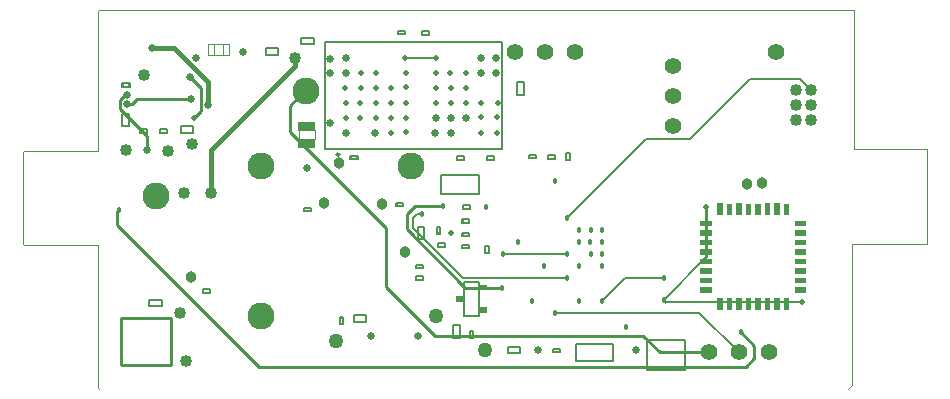
<source format=gbl>
G04 Layer_Physical_Order=4*
G04 Layer_Color=16711680*
%FSLAX24Y24*%
%MOIN*%
G70*
G01*
G75*
%ADD40C,0.0060*%
%ADD41C,0.0100*%
%ADD42C,0.0150*%
%ADD45C,0.0080*%
%ADD46C,0.0094*%
%ADD47C,0.0050*%
%ADD48C,0.0040*%
%ADD49C,0.0010*%
%ADD50C,0.0000*%
%ADD51C,0.0900*%
%ADD52C,0.0256*%
%ADD53C,0.0500*%
%ADD54C,0.0550*%
%ADD55C,0.0400*%
%ADD56C,0.0250*%
%ADD57C,0.0380*%
%ADD58C,0.0180*%
%ADD59C,0.0200*%
G36*
X-14311Y4081D02*
X-14351D01*
Y4160D01*
X-14311D01*
Y4081D01*
D02*
G37*
G36*
X-14509D02*
X-14548D01*
Y4160D01*
X-14509D01*
Y4081D01*
D02*
G37*
G36*
X-4690Y4193D02*
X-5084D01*
Y4372D01*
X-4690D01*
Y4193D01*
D02*
G37*
G36*
Y4507D02*
X-5084D01*
Y4688D01*
X-4690D01*
Y4507D01*
D02*
G37*
G36*
X-1540Y4193D02*
X-1929D01*
Y4372D01*
X-1540D01*
Y4193D01*
D02*
G37*
G36*
X-14519Y3701D02*
X-14558D01*
Y3780D01*
X-14519D01*
Y3701D01*
D02*
G37*
G36*
X-1540Y3563D02*
X-1927D01*
Y3741D01*
X-1540D01*
Y3563D01*
D02*
G37*
G36*
X-14321Y3701D02*
X-14361D01*
Y3780D01*
X-14321D01*
Y3701D01*
D02*
G37*
G36*
X-1540Y3878D02*
X-1926D01*
Y4057D01*
X-1540D01*
Y3878D01*
D02*
G37*
G36*
X-4690D02*
X-5084D01*
Y4057D01*
X-4690D01*
Y3878D01*
D02*
G37*
G36*
X-1540Y4507D02*
X-1925D01*
Y4688D01*
X-1540D01*
Y4507D01*
D02*
G37*
G36*
X-4690Y4822D02*
X-5085D01*
Y5004D01*
X-4690D01*
Y4822D01*
D02*
G37*
G36*
X-13582Y4790D02*
X-13621D01*
Y4869D01*
X-13582D01*
Y4790D01*
D02*
G37*
G36*
X-1540Y4822D02*
X-1929D01*
Y5003D01*
X-1540D01*
Y4822D01*
D02*
G37*
G36*
Y5137D02*
X-1927D01*
Y5319D01*
X-1540D01*
Y5137D01*
D02*
G37*
G36*
X-4690D02*
X-5083D01*
Y5318D01*
X-4690D01*
Y5137D01*
D02*
G37*
G36*
X-12989Y4741D02*
X-13028D01*
Y4820D01*
X-12989D01*
Y4741D01*
D02*
G37*
G36*
X-12141Y4552D02*
X-12220D01*
Y4591D01*
X-12141D01*
Y4552D01*
D02*
G37*
G36*
X-12791Y4741D02*
X-12831D01*
Y4820D01*
X-12791D01*
Y4741D01*
D02*
G37*
G36*
X-13779Y4790D02*
X-13819D01*
Y4869D01*
X-13779D01*
Y4790D01*
D02*
G37*
G36*
X-12141Y4749D02*
X-12220D01*
Y4789D01*
X-12141D01*
Y4749D01*
D02*
G37*
G36*
X-4690Y3563D02*
X-5085D01*
Y3741D01*
X-4690D01*
Y3563D01*
D02*
G37*
G36*
X-12192Y2573D02*
X-12423D01*
Y2754D01*
X-12192D01*
Y2573D01*
D02*
G37*
G36*
X-17001Y2379D02*
X-17080D01*
Y2419D01*
X-17001D01*
Y2379D01*
D02*
G37*
G36*
X-4322Y2670D02*
X-4503D01*
Y3059D01*
X-4322D01*
Y2670D01*
D02*
G37*
G36*
X-3692D02*
X-3874D01*
Y3056D01*
X-3692D01*
Y2670D01*
D02*
G37*
G36*
X-4007D02*
X-4190D01*
Y3056D01*
X-4007D01*
Y2670D01*
D02*
G37*
G36*
X-9742Y1280D02*
X-9781D01*
Y1359D01*
X-9742D01*
Y1280D01*
D02*
G37*
G36*
X-9939Y1280D02*
X-9979D01*
Y1359D01*
X-9939D01*
Y1280D01*
D02*
G37*
G36*
X-12661Y1722D02*
X-12740D01*
Y1761D01*
X-12661D01*
Y1722D01*
D02*
G37*
G36*
X-17001Y2182D02*
X-17080D01*
Y2221D01*
X-17001D01*
Y2182D01*
D02*
G37*
G36*
X-12661Y1919D02*
X-12740D01*
Y1958D01*
X-12661D01*
Y1919D01*
D02*
G37*
G36*
X-3377Y2670D02*
X-3558D01*
Y3056D01*
X-3377D01*
Y2670D01*
D02*
G37*
G36*
X-1540Y3248D02*
X-1926D01*
Y3425D01*
X-1540D01*
Y3248D01*
D02*
G37*
G36*
X-4690D02*
X-5086D01*
Y3424D01*
X-4690D01*
Y3248D01*
D02*
G37*
G36*
X-21609Y3261D02*
X-21648D01*
Y3340D01*
X-21609D01*
Y3261D01*
D02*
G37*
G36*
X-12192Y3315D02*
X-12423D01*
Y3494D01*
X-12192D01*
Y3315D01*
D02*
G37*
G36*
X-21412Y3261D02*
X-21451D01*
Y3340D01*
X-21412D01*
Y3261D01*
D02*
G37*
G36*
X-2748Y2670D02*
X-2927D01*
Y3056D01*
X-2748D01*
Y2670D01*
D02*
G37*
G36*
X-3063D02*
X-3242D01*
Y3057D01*
X-3063D01*
Y2670D01*
D02*
G37*
G36*
X-2433D02*
X-2611D01*
Y3057D01*
X-2433D01*
Y2670D01*
D02*
G37*
G36*
X-12983Y2944D02*
X-12984D01*
Y2944D01*
X-12984D01*
Y2944D01*
X-12984D01*
Y2944D01*
X-12984D01*
Y2944D01*
X-12984D01*
Y2944D01*
X-13213D01*
Y2944D01*
Y2944D01*
Y2944D01*
Y3124D01*
X-12983D01*
Y2944D01*
D02*
G37*
G36*
X-2118Y2670D02*
X-2295D01*
Y3056D01*
X-2118D01*
Y2670D01*
D02*
G37*
G36*
X-12969Y5141D02*
X-13008D01*
Y5220D01*
X-12969D01*
Y5141D01*
D02*
G37*
G36*
X-9909Y7731D02*
X-9948D01*
Y7810D01*
X-9909D01*
Y7731D01*
D02*
G37*
G36*
X-10106D02*
X-10145D01*
Y7810D01*
X-10106D01*
Y7731D01*
D02*
G37*
G36*
X-10746Y7741D02*
X-10785D01*
Y7820D01*
X-10746D01*
Y7741D01*
D02*
G37*
G36*
X-17904Y8075D02*
X-18476D01*
Y8370D01*
X-17904D01*
Y8075D01*
D02*
G37*
G36*
X-10549Y7741D02*
X-10588D01*
Y7820D01*
X-10549D01*
Y7741D01*
D02*
G37*
G36*
X-12952Y7700D02*
X-12991D01*
Y7779D01*
X-12952D01*
Y7700D01*
D02*
G37*
G36*
X-12146Y7700D02*
X-12186D01*
Y7779D01*
X-12146D01*
Y7700D01*
D02*
G37*
G36*
X-11949Y7700D02*
X-11988D01*
Y7779D01*
X-11949D01*
Y7700D01*
D02*
G37*
G36*
X-16502Y7710D02*
X-16541D01*
Y7789D01*
X-16502D01*
Y7710D01*
D02*
G37*
G36*
X-16698Y7710D02*
X-16738D01*
Y7789D01*
X-16698D01*
Y7710D01*
D02*
G37*
G36*
X-23719Y8601D02*
X-23758D01*
Y8680D01*
X-23719D01*
Y8601D01*
D02*
G37*
G36*
X-14319Y11861D02*
X-14358D01*
Y11940D01*
X-14319D01*
Y11861D01*
D02*
G37*
G36*
X-24102Y10121D02*
X-24141D01*
Y10200D01*
X-24102D01*
Y10121D01*
D02*
G37*
G36*
X-14121Y11861D02*
X-14161D01*
Y11940D01*
X-14121D01*
Y11861D01*
D02*
G37*
G36*
X-14912Y11870D02*
X-14951D01*
Y11949D01*
X-14912D01*
Y11870D01*
D02*
G37*
G36*
X-15109Y11870D02*
X-15149D01*
Y11949D01*
X-15109D01*
Y11870D01*
D02*
G37*
G36*
X-23049Y8601D02*
X-23088D01*
Y8680D01*
X-23049D01*
Y8601D01*
D02*
G37*
G36*
X-23522D02*
X-23561D01*
Y8680D01*
X-23522D01*
Y8601D01*
D02*
G37*
G36*
X-22851D02*
X-22891D01*
Y8680D01*
X-22851D01*
Y8601D01*
D02*
G37*
G36*
X-24299Y10121D02*
X-24338D01*
Y10200D01*
X-24299D01*
Y10121D01*
D02*
G37*
G36*
X-17904Y8645D02*
X-18475D01*
Y8940D01*
X-17904D01*
Y8645D01*
D02*
G37*
G36*
X-13149Y7700D02*
X-13189D01*
Y7779D01*
X-13149D01*
Y7700D01*
D02*
G37*
G36*
X-12772Y5601D02*
X-12811D01*
Y5680D01*
X-12772D01*
Y5601D01*
D02*
G37*
G36*
X-12969D02*
X-13008D01*
Y5680D01*
X-12969D01*
Y5601D01*
D02*
G37*
G36*
X-4322Y5820D02*
X-4506D01*
Y6215D01*
X-4322D01*
Y5820D01*
D02*
G37*
G36*
X-3692D02*
X-3874D01*
Y6215D01*
X-3692D01*
Y5820D01*
D02*
G37*
G36*
X-4007D02*
X-4189D01*
Y6213D01*
X-4007D01*
Y5820D01*
D02*
G37*
G36*
X-13771Y5212D02*
X-13850D01*
Y5251D01*
X-13771D01*
Y5212D01*
D02*
G37*
G36*
X-12771Y5141D02*
X-12811D01*
Y5220D01*
X-12771D01*
Y5141D01*
D02*
G37*
G36*
X-13771Y5409D02*
X-13850D01*
Y5449D01*
X-13771D01*
Y5409D01*
D02*
G37*
G36*
X-1540Y5452D02*
X-1927D01*
Y5635D01*
X-1540D01*
Y5452D01*
D02*
G37*
G36*
X-4690D02*
X-5086D01*
Y5636D01*
X-4690D01*
Y5452D01*
D02*
G37*
G36*
X-3377Y5820D02*
X-3558D01*
Y6214D01*
X-3377D01*
Y5820D01*
D02*
G37*
G36*
X-12959Y6061D02*
X-12998D01*
Y6140D01*
X-12959D01*
Y6061D01*
D02*
G37*
G36*
X-18052Y5980D02*
X-18091D01*
Y6059D01*
X-18052D01*
Y5980D01*
D02*
G37*
G36*
X-12761Y6061D02*
X-12801D01*
Y6140D01*
X-12761D01*
Y6061D01*
D02*
G37*
G36*
X-14972Y6141D02*
X-15012D01*
Y6220D01*
X-14972D01*
Y6141D01*
D02*
G37*
G36*
X-15169D02*
X-15208D01*
Y6220D01*
X-15169D01*
Y6141D01*
D02*
G37*
G36*
X-2748Y5820D02*
X-2927D01*
Y6215D01*
X-2748D01*
Y5820D01*
D02*
G37*
G36*
X-3063D02*
X-3242D01*
Y6213D01*
X-3063D01*
Y5820D01*
D02*
G37*
G36*
X-2433D02*
X-2611D01*
Y6216D01*
X-2433D01*
Y5820D01*
D02*
G37*
G36*
X-18249Y5980D02*
X-18289D01*
Y6059D01*
X-18249D01*
Y5980D01*
D02*
G37*
G36*
X-2118Y5820D02*
X-2297D01*
Y6211D01*
X-2118D01*
Y5820D01*
D02*
G37*
D40*
X-5110Y2560D02*
X-3800Y1250D01*
X-9910Y2560D02*
X-5110D01*
X-14510Y5870D02*
X-14360D01*
X-14640Y5740D02*
X-14510Y5870D01*
X-14640Y5390D02*
Y5740D01*
X-6300Y3000D02*
X-4880Y4420D01*
X-14640Y5390D02*
X-12981Y3731D01*
X-9530D01*
X-11655Y4525D02*
X-9510D01*
X-6240Y2940D02*
X-1700D01*
X-7574Y3716D02*
X-6280D01*
X-8340Y2950D02*
X-7574Y3716D01*
X-14920Y11080D02*
X-13900D01*
X-9520Y5730D02*
X-6880Y8370D01*
X-5410D01*
X-3420Y10360D01*
X-1760D01*
X-1400Y10000D01*
X-12963Y2474D02*
Y3594D01*
Y2474D02*
X-12443D01*
Y3594D01*
X-12963D02*
X-12443D01*
D41*
X-18750Y9480D02*
X-18240Y9990D01*
X-6420Y1250D02*
X-4800D01*
X-6970Y1800D02*
X-6420Y1250D01*
X-12908Y3408D02*
X-11698D01*
X-14860Y5360D02*
X-12908Y3408D01*
X-14600Y6140D02*
X-13640D01*
X-14860Y5880D02*
X-14600Y6140D01*
X-18750Y8610D02*
Y9480D01*
X-3270Y1070D02*
Y1470D01*
X-3730Y1930D02*
X-3270Y1470D01*
X-4880Y4420D02*
Y6090D01*
X-13910Y1800D02*
X-6970D01*
X-15540Y3430D02*
X-13910Y1800D01*
X-15540Y3430D02*
Y5400D01*
X-18750Y8610D02*
X-15540Y5400D01*
X-14860Y5360D02*
Y5880D01*
X-11660Y4530D02*
X-11655Y4525D01*
X-6300Y3000D02*
X-6240Y2940D01*
X-24430Y9370D02*
X-23510Y8450D01*
Y7990D02*
Y8450D01*
X-21720Y9310D02*
Y10050D01*
X-22090Y10420D02*
X-21720Y10050D01*
X-24430Y9370D02*
Y9660D01*
X-24260Y9830D01*
X-24170D01*
Y9520D02*
X-24020D01*
X-21960Y9070D02*
X-21720Y9310D01*
X-24020Y9520D02*
X-23857Y9683D01*
X-22043D01*
X-3560Y780D02*
X-3270Y1070D01*
X-19790Y780D02*
X-3560D01*
X-24510Y5500D02*
X-19790Y780D01*
X-24510Y5950D02*
X-24460Y6000D01*
X-24510Y5500D02*
Y5950D01*
X-24394Y2397D02*
X-22720D01*
X-24394Y823D02*
Y2397D01*
Y823D02*
X-22720D01*
Y2397D01*
D42*
X-21380Y8000D02*
X-18570Y10810D01*
X-21380Y6570D02*
Y8000D01*
X-18570Y10810D02*
Y11080D01*
X-21480Y9510D02*
Y10260D01*
X-22620Y11400D02*
X-21480Y10260D01*
X-23360Y11400D02*
X-22620D01*
D45*
X-9558Y7909D02*
X-9420D01*
X-9558Y7653D02*
Y7909D01*
Y7653D02*
X-9420D01*
Y7909D01*
D46*
X-17112Y7851D02*
G03*
X-17112Y7851I-47J0D01*
G01*
D47*
X-18379Y11520D02*
Y11740D01*
X-17961D01*
Y11520D02*
Y11740D01*
X-18379Y11520D02*
X-17961D01*
X-11170Y9831D02*
X-10950D01*
X-11170D02*
Y10249D01*
X-10950D01*
Y9831D02*
Y10249D01*
X-12772Y5581D02*
Y5699D01*
X-13008D02*
X-12772D01*
X-13008Y5581D02*
Y5699D01*
Y5581D02*
X-12772D01*
X-12759Y1958D02*
X-12641D01*
X-12759Y1722D02*
Y1958D01*
Y1722D02*
X-12641D01*
Y1958D01*
X-14490Y5438D02*
X-14270D01*
Y5021D02*
Y5438D01*
X-14490Y5021D02*
X-14270D01*
X-14490D02*
Y5438D01*
X-12792Y4721D02*
Y4839D01*
X-13028D02*
X-12792D01*
X-13028Y4721D02*
Y4839D01*
Y4721D02*
X-12792D01*
X-13008Y5121D02*
X-12772D01*
X-13008D02*
Y5239D01*
X-12772D01*
Y5121D02*
Y5239D01*
X-16981Y2182D02*
Y2418D01*
X-17099Y2182D02*
X-16981D01*
X-17099D02*
Y2418D01*
X-16981D01*
X-16629Y2490D02*
X-16212D01*
X-16629Y2270D02*
Y2490D01*
Y2270D02*
X-16212D01*
Y2490D01*
X-24102Y10101D02*
Y10219D01*
X-24338D02*
X-24102D01*
X-24338Y10101D02*
Y10219D01*
Y10101D02*
X-24102D01*
X-24340Y8791D02*
X-24120D01*
X-24340D02*
Y9209D01*
X-24120D01*
Y8791D02*
Y9209D01*
X-23088Y8581D02*
X-22852D01*
X-23088D02*
Y8699D01*
X-22852D01*
Y8581D02*
Y8699D01*
X-23758Y8581D02*
X-23522D01*
X-23758D02*
Y8699D01*
X-23522D01*
Y8581D02*
Y8699D01*
X-19558Y11170D02*
X-19141D01*
Y11390D01*
X-19558D02*
X-19141D01*
X-19558Y11170D02*
Y11390D01*
X-22399Y8790D02*
X-21981D01*
X-22399Y8570D02*
Y8790D01*
Y8570D02*
X-21981D01*
Y8790D01*
X-15148Y11969D02*
X-14912D01*
Y11851D02*
Y11969D01*
X-15148Y11851D02*
X-14912D01*
X-15148D02*
Y11969D01*
X-16738Y7691D02*
Y7809D01*
Y7691D02*
X-16502D01*
Y7809D01*
X-16738D02*
X-16502D01*
X-13188Y7681D02*
Y7799D01*
Y7681D02*
X-12952D01*
Y7799D01*
X-13188D02*
X-12952D01*
X-23448Y2790D02*
X-23031D01*
Y3010D01*
X-23448D02*
X-23031D01*
X-23448Y2790D02*
Y3010D01*
X-17593Y8048D02*
Y11592D01*
X-11687D01*
Y8048D02*
Y11592D01*
X-17593Y8048D02*
X-11687D01*
X-14358Y11841D02*
X-14122D01*
X-14358D02*
Y11959D01*
X-14122D01*
Y11841D02*
Y11959D01*
X-11498Y1220D02*
X-11081D01*
Y1440D01*
X-11498D02*
X-11081D01*
X-11498Y1220D02*
Y1440D01*
X-12185Y7799D02*
X-11949D01*
Y7681D02*
Y7799D01*
X-12185Y7681D02*
X-11949D01*
X-12185D02*
Y7799D01*
X-13751Y5212D02*
Y5448D01*
X-13869Y5212D02*
X-13751D01*
X-13869D02*
Y5448D01*
X-13751D01*
X-13320Y1741D02*
X-13100D01*
X-13320D02*
Y2159D01*
X-13100D01*
Y1741D02*
Y2159D01*
X-12762Y6041D02*
Y6159D01*
X-12998D02*
X-12762D01*
X-12998Y6041D02*
Y6159D01*
Y6041D02*
X-12762D01*
X-13818Y4771D02*
Y4889D01*
Y4771D02*
X-13582D01*
Y4889D01*
X-13818D02*
X-13582D01*
X-21412Y3241D02*
Y3359D01*
X-21648D02*
X-21412D01*
X-21648Y3241D02*
Y3359D01*
Y3241D02*
X-21412D01*
X-14558Y3681D02*
X-14322D01*
X-14558D02*
Y3799D01*
X-14322D01*
Y3681D02*
Y3799D01*
X-14548Y4061D02*
X-14312D01*
X-14548D02*
Y4179D01*
X-14312D01*
Y4061D02*
Y4179D01*
X-9978Y1261D02*
Y1379D01*
Y1261D02*
X-9742D01*
Y1379D01*
X-9978D02*
X-9742D01*
X-9909Y7711D02*
Y7829D01*
X-10145D02*
X-9909D01*
X-10145Y7711D02*
Y7829D01*
Y7711D02*
X-9909D01*
X-9232Y1545D02*
X-7972D01*
Y955D02*
Y1545D01*
X-9232Y955D02*
X-7972D01*
X-9232D02*
Y1545D01*
X-18288Y5961D02*
Y6079D01*
Y5961D02*
X-18052D01*
Y6079D01*
X-18288D02*
X-18052D01*
X-14972Y6121D02*
Y6239D01*
X-15208D02*
X-14972D01*
X-15208Y6121D02*
Y6239D01*
Y6121D02*
X-14972D01*
X-13715Y6525D02*
Y7155D01*
Y6525D02*
X-12455D01*
Y7155D01*
X-13715D02*
X-12455D01*
X-10785Y7721D02*
X-10549D01*
X-10785D02*
Y7839D01*
X-10549D01*
Y7721D02*
Y7839D01*
X-6840Y668D02*
X-5580D01*
X-6840D02*
Y1652D01*
X-5580D01*
Y668D02*
Y1652D01*
X-12239Y4788D02*
X-12121D01*
X-12239Y4552D02*
Y4788D01*
Y4552D02*
X-12121D01*
Y4788D01*
D48*
X-18450Y8360D02*
Y8650D01*
X-17930Y8360D02*
Y8660D01*
D49*
X-27610Y4820D02*
X-25160D01*
Y70D02*
Y4820D01*
X-10Y4870D02*
X2490D01*
Y8020D01*
X40D02*
X2490D01*
X40D02*
Y12670D01*
X-27660Y4870D02*
X-27610Y4820D01*
X-27660Y4870D02*
Y7930D01*
X-27620Y7970D01*
X-25190D01*
X-25160D01*
Y12620D01*
X-25110Y12670D02*
X40D01*
X-10Y170D02*
Y4870D01*
X-160Y20D02*
X-10Y170D01*
X-25160Y70D02*
X-25110Y20D01*
X-25160Y12620D02*
X-25110Y12670D01*
D50*
X-21290Y11160D02*
Y11540D01*
X-21480D02*
X-21290D01*
X-21480Y11160D02*
X-21290D01*
X-20990D02*
Y11540D01*
Y11160D02*
X-20800D01*
X-20990Y11540D02*
X-20800D01*
X-21290Y11160D02*
X-20990D01*
X-20800D02*
Y11540D01*
X-21290D02*
X-20990D01*
X-21480Y11160D02*
Y11540D01*
D51*
X-19710Y7460D02*
D03*
X-23210Y6460D02*
D03*
X-19710Y2460D02*
D03*
X-18210Y9960D02*
D03*
X-14710Y7460D02*
D03*
D52*
X-16067Y1806D02*
D03*
X-14493D02*
D03*
D53*
X-12250Y1340D02*
D03*
X-13880Y2480D02*
D03*
X-17210Y1640D02*
D03*
D54*
X-11250Y11250D02*
D03*
X-10250D02*
D03*
X-9250D02*
D03*
X-6000Y10800D02*
D03*
Y9800D02*
D03*
Y8800D02*
D03*
X-4800Y1250D02*
D03*
X-3800D02*
D03*
X-2550Y11250D02*
D03*
X-2800Y1250D02*
D03*
D55*
X-1900Y10000D02*
D03*
X-1400D02*
D03*
Y9500D02*
D03*
Y9000D02*
D03*
X-1900D02*
D03*
Y9500D02*
D03*
X-18570Y11080D02*
D03*
X-21380Y6570D02*
D03*
X-24220Y8010D02*
D03*
X-22830Y7980D02*
D03*
X-22280Y6570D02*
D03*
X-22430Y2560D02*
D03*
X-22230Y970D02*
D03*
X-22010Y8190D02*
D03*
X-23610Y10510D02*
D03*
D56*
X-18200Y7400D02*
D03*
X-10490Y1330D02*
D03*
X-7220D02*
D03*
X-17410Y8890D02*
D03*
X-23510Y7990D02*
D03*
X-22090Y10420D02*
D03*
X-24170Y9520D02*
D03*
Y9830D02*
D03*
X-23360Y11400D02*
D03*
X-15930Y8560D02*
D03*
X-13910D02*
D03*
X-21880Y11070D02*
D03*
X-16890Y8570D02*
D03*
X-13390D02*
D03*
X-13890Y9070D02*
D03*
X-13400Y9060D02*
D03*
X-12880Y9070D02*
D03*
X-16890Y10560D02*
D03*
X-17410Y11040D02*
D03*
X-17420Y10550D02*
D03*
X-16890Y11070D02*
D03*
X-12400Y11080D02*
D03*
X-12390Y10560D02*
D03*
X-11880Y11080D02*
D03*
Y10570D02*
D03*
X-20320Y11280D02*
D03*
X-22043Y9683D02*
D03*
X-21480Y9510D02*
D03*
D57*
X-17630Y6240D02*
D03*
X-15700Y6190D02*
D03*
X-14930Y4600D02*
D03*
X-17110Y7550D02*
D03*
X-3510Y6880D02*
D03*
X-3010Y6890D02*
D03*
X-22050Y3770D02*
D03*
D58*
X-14360Y5870D02*
D03*
X-9930Y6970D02*
D03*
X-13640Y6140D02*
D03*
X-11698Y3408D02*
D03*
X-12230Y6110D02*
D03*
X-9130Y2960D02*
D03*
X-11660Y4530D02*
D03*
X-9510Y4525D02*
D03*
X-9530Y3731D02*
D03*
X-10300Y4140D02*
D03*
X-10700Y2960D02*
D03*
X-9120Y4140D02*
D03*
X-8340Y4130D02*
D03*
Y4540D02*
D03*
X-8730Y4530D02*
D03*
X-11150Y4920D02*
D03*
X-8340Y4930D02*
D03*
X-8740Y4940D02*
D03*
X-9130Y4930D02*
D03*
X-8340Y5320D02*
D03*
X-8730D02*
D03*
X-9120D02*
D03*
X-9910Y2560D02*
D03*
X-6300Y3000D02*
D03*
X-7550Y2110D02*
D03*
X-8340Y2950D02*
D03*
X-6280Y3716D02*
D03*
X-3730Y1930D02*
D03*
X-24460Y6000D02*
D03*
X-9520Y5730D02*
D03*
D59*
X-14870Y8600D02*
D03*
X-4880Y6090D02*
D03*
X-1700Y2940D02*
D03*
X-15400Y9050D02*
D03*
X-11840Y8550D02*
D03*
X-16900Y9570D02*
D03*
X-16380Y10070D02*
D03*
X-16410Y9570D02*
D03*
X-16380Y10570D02*
D03*
X-15900D02*
D03*
X-15890Y10070D02*
D03*
X-15880Y9560D02*
D03*
X-15390Y9550D02*
D03*
Y10070D02*
D03*
X-14870Y10100D02*
D03*
X-14880Y9570D02*
D03*
X-15400Y8570D02*
D03*
X-13890Y9570D02*
D03*
X-13380D02*
D03*
X-12880D02*
D03*
X-12380D02*
D03*
Y8550D02*
D03*
X-11850Y9090D02*
D03*
X-12380Y9110D02*
D03*
X-11830Y9570D02*
D03*
X-12890Y10560D02*
D03*
X-13410Y10570D02*
D03*
X-13890D02*
D03*
X-12880Y10060D02*
D03*
X-13400Y10080D02*
D03*
X-13900D02*
D03*
X-15900Y9060D02*
D03*
X-16900D02*
D03*
X-16410D02*
D03*
X-14890Y9070D02*
D03*
X-14900Y10560D02*
D03*
X-16910Y10070D02*
D03*
X-13900Y11070D02*
D03*
X-21960Y9070D02*
D03*
X-14920Y11080D02*
D03*
X-13380Y5220D02*
D03*
M02*

</source>
